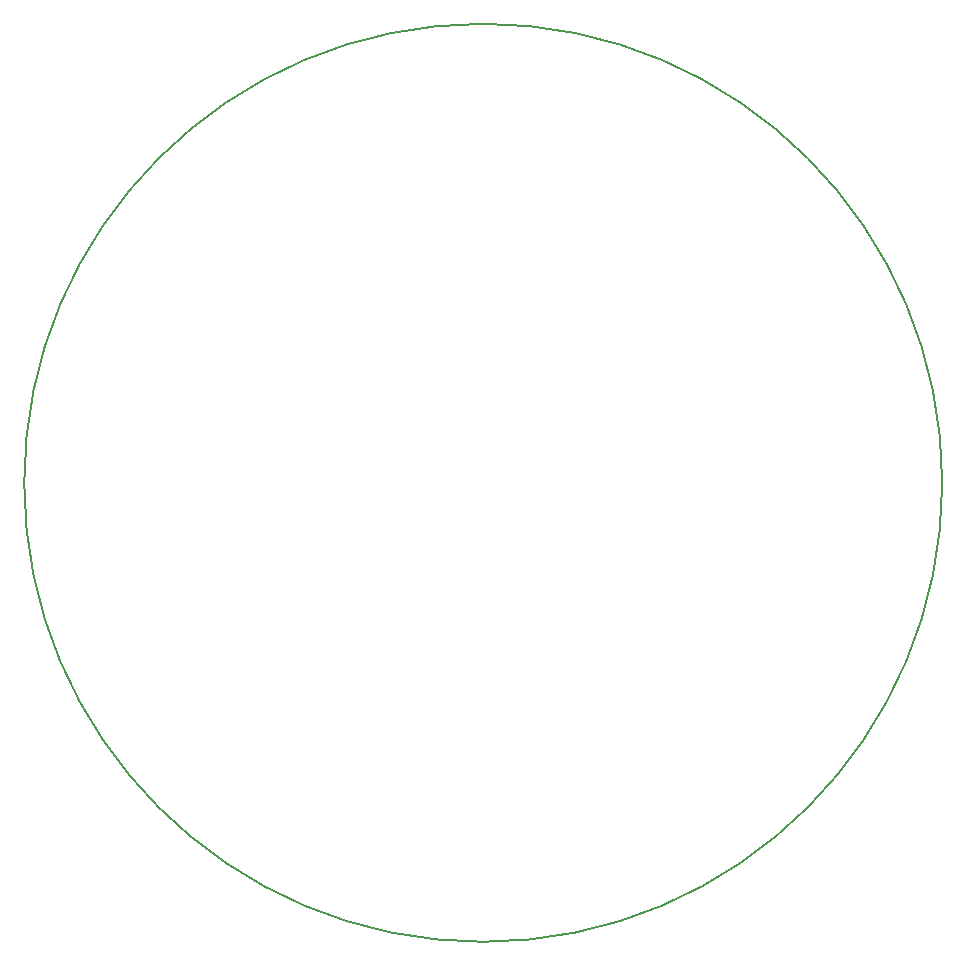
<source format=gbr>
%TF.GenerationSoftware,KiCad,Pcbnew,(6.0.4-0)*%
%TF.CreationDate,2022-05-05T12:21:51-07:00*%
%TF.ProjectId,GlowArtPCBv2,476c6f77-4172-4745-9043-4276322e6b69,rev?*%
%TF.SameCoordinates,Original*%
%TF.FileFunction,Profile,NP*%
%FSLAX46Y46*%
G04 Gerber Fmt 4.6, Leading zero omitted, Abs format (unit mm)*
G04 Created by KiCad (PCBNEW (6.0.4-0)) date 2022-05-05 12:21:51*
%MOMM*%
%LPD*%
G01*
G04 APERTURE LIST*
%TA.AperFunction,Profile*%
%ADD10C,0.200000*%
%TD*%
G04 APERTURE END LIST*
D10*
X128620000Y-68650000D02*
G75*
G03*
X128620000Y-68650000I-38862000J0D01*
G01*
M02*

</source>
